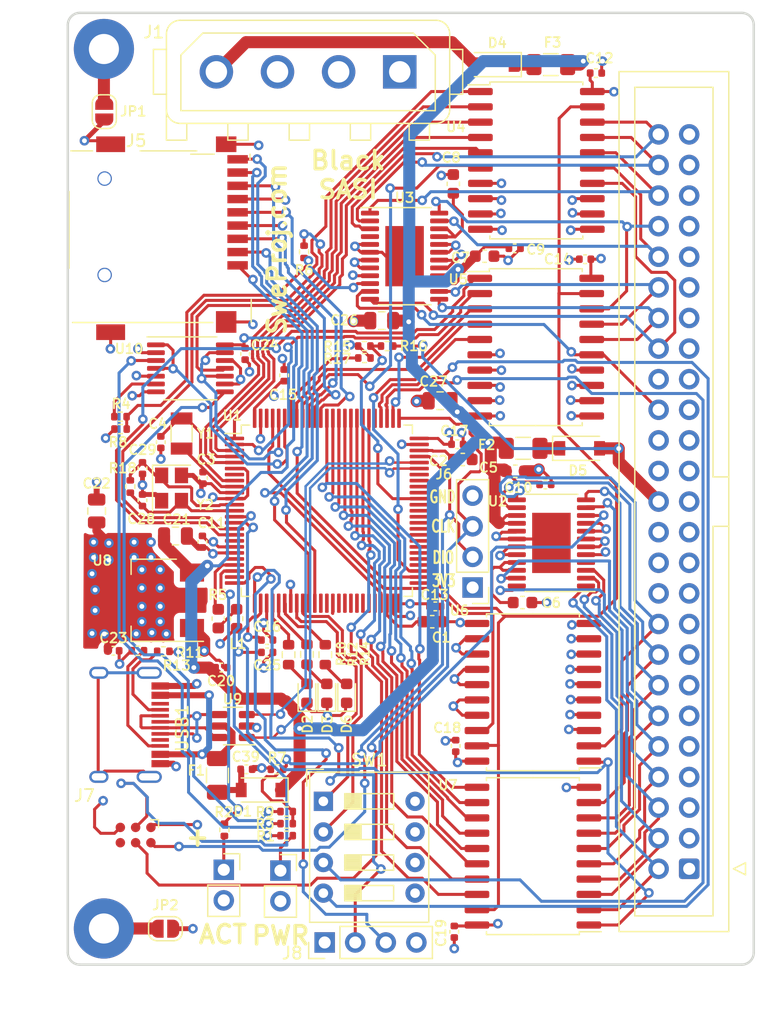
<source format=kicad_pcb>
(kicad_pcb (version 20211014) (generator pcbnew)

  (general
    (thickness 4.69)
  )

  (paper "A4")
  (title_block
    (title "BlackSASI")
    (date "2022-03-20")
    (rev "1.00")
    (company "SweProj.com")
  )

  (layers
    (0 "F.Cu" signal)
    (1 "In1.Cu" signal)
    (2 "In2.Cu" signal)
    (31 "B.Cu" signal)
    (32 "B.Adhes" user "B.Adhesive")
    (33 "F.Adhes" user "F.Adhesive")
    (34 "B.Paste" user)
    (35 "F.Paste" user)
    (36 "B.SilkS" user "B.Silkscreen")
    (37 "F.SilkS" user "F.Silkscreen")
    (38 "B.Mask" user)
    (39 "F.Mask" user)
    (40 "Dwgs.User" user "User.Drawings")
    (41 "Cmts.User" user "User.Comments")
    (42 "Eco1.User" user "User.Eco1")
    (43 "Eco2.User" user "User.Eco2")
    (44 "Edge.Cuts" user)
    (45 "Margin" user)
    (46 "B.CrtYd" user "B.Courtyard")
    (47 "F.CrtYd" user "F.Courtyard")
    (48 "B.Fab" user)
    (49 "F.Fab" user)
  )

  (setup
    (stackup
      (layer "F.SilkS" (type "Top Silk Screen"))
      (layer "F.Paste" (type "Top Solder Paste"))
      (layer "F.Mask" (type "Top Solder Mask") (thickness 0.01))
      (layer "F.Cu" (type "copper") (thickness 0.035))
      (layer "dielectric 1" (type "core") (thickness 1.51) (material "FR4") (epsilon_r 4.5) (loss_tangent 0.02))
      (layer "In1.Cu" (type "copper") (thickness 0.035))
      (layer "dielectric 2" (type "prepreg") (thickness 1.51) (material "FR4") (epsilon_r 4.5) (loss_tangent 0.02))
      (layer "In2.Cu" (type "copper") (thickness 0.035))
      (layer "dielectric 3" (type "core") (thickness 1.51) (material "FR4") (epsilon_r 4.5) (loss_tangent 0.02))
      (layer "B.Cu" (type "copper") (thickness 0.035))
      (layer "B.Mask" (type "Bottom Solder Mask") (thickness 0.01))
      (layer "B.Paste" (type "Bottom Solder Paste"))
      (layer "B.SilkS" (type "Bottom Silk Screen"))
      (copper_finish "None")
      (dielectric_constraints no)
    )
    (pad_to_mask_clearance 0)
    (pcbplotparams
      (layerselection 0x00010fc_ffffffff)
      (disableapertmacros false)
      (usegerberextensions true)
      (usegerberattributes true)
      (usegerberadvancedattributes true)
      (creategerberjobfile false)
      (svguseinch false)
      (svgprecision 6)
      (excludeedgelayer false)
      (plotframeref false)
      (viasonmask false)
      (mode 1)
      (useauxorigin false)
      (hpglpennumber 1)
      (hpglpenspeed 20)
      (hpglpendiameter 15.000000)
      (dxfpolygonmode true)
      (dxfimperialunits true)
      (dxfusepcbnewfont true)
      (psnegative false)
      (psa4output false)
      (plotreference true)
      (plotvalue true)
      (plotinvisibletext false)
      (sketchpadsonfab false)
      (subtractmaskfromsilk true)
      (outputformat 4)
      (mirror false)
      (drillshape 0)
      (scaleselection 1)
      (outputdirectory "pdf")
    )
  )

  (net 0 "")
  (net 1 "/SD_MISO")
  (net 2 "GND")
  (net 3 "/SD_CLK")
  (net 4 "+3V3")
  (net 5 "/SD_MOSI")
  (net 6 "/SD_CS")
  (net 7 "/SCSI_IO")
  (net 8 "/SCSI_REQ")
  (net 9 "/SCSI_CD")
  (net 10 "/SCSI_SEL")
  (net 11 "/SCSI_RST")
  (net 12 "/SCSI_ACK")
  (net 13 "/SCSI_BSY")
  (net 14 "/SCSI_ATN")
  (net 15 "/SCSI_MSG")
  (net 16 "/SCSI_DBP")
  (net 17 "/SCSI_DAT7")
  (net 18 "/SCSI_DAT6")
  (net 19 "/SCSI_DAT5")
  (net 20 "/SCSI_DAT4")
  (net 21 "/SCSI_DAT3")
  (net 22 "/SCSI_DAT2")
  (net 23 "/SCSI_DAT1")
  (net 24 "/SCSI_DAT0")
  (net 25 "/TERM_PWR")
  (net 26 "+5V")
  (net 27 "/EXTERNAL_LED")
  (net 28 "Net-(J4-Pad1)")
  (net 29 "unconnected-(J2-Pad34)")
  (net 30 "unconnected-(J2-Pad25)")
  (net 31 "Net-(C1-Pad1)")
  (net 32 "Net-(C2-Pad1)")
  (net 33 "Net-(C3-Pad1)")
  (net 34 "Net-(C4-Pad1)")
  (net 35 "Net-(C6-Pad1)")
  (net 36 "unconnected-(U1-Pad18)")
  (net 37 "unconnected-(U1-Pad21)")
  (net 38 "unconnected-(U1-Pad24)")
  (net 39 "Net-(R3-Pad2)")
  (net 40 "Net-(C29-Pad1)")
  (net 41 "/LOW_TERM_1")
  (net 42 "Net-(R11-Pad2)")
  (net 43 "Net-(R13-Pad2)")
  (net 44 "/SD_DAT1")
  (net 45 "unconnected-(U1-Pad46)")
  (net 46 "unconnected-(U1-Pad55)")
  (net 47 "unconnected-(U1-Pad56)")
  (net 48 "unconnected-(U1-Pad57)")
  (net 49 "unconnected-(U1-Pad58)")
  (net 50 "unconnected-(U1-Pad59)")
  (net 51 "unconnected-(U1-Pad60)")
  (net 52 "unconnected-(U1-Pad61)")
  (net 53 "unconnected-(U1-Pad62)")
  (net 54 "unconnected-(U1-Pad63)")
  (net 55 "unconnected-(U1-Pad64)")
  (net 56 "unconnected-(U1-Pad66)")
  (net 57 "unconnected-(U1-Pad80)")
  (net 58 "unconnected-(U1-Pad98)")
  (net 59 "Net-(H2-Pad1)")
  (net 60 "/SD_DET")
  (net 61 "unconnected-(U2-Pad4)")
  (net 62 "/SD_DAT2")
  (net 63 "unconnected-(U1-Pad37)")
  (net 64 "unconnected-(U1-Pad54)")
  (net 65 "Net-(C8-Pad1)")
  (net 66 "Net-(L1-Pad2)")
  (net 67 "unconnected-(U3-Pad4)")
  (net 68 "/HIGH TERM_2")
  (net 69 "Net-(F1-Pad2)")
  (net 70 "/E_SCSI_DAT0")
  (net 71 "/E_SCSI_DAT1")
  (net 72 "/E_SCSI_DAT2")
  (net 73 "/E_SCSI_DAT3")
  (net 74 "/E_SCSI_DAT4")
  (net 75 "/E_SCSI_DAT5")
  (net 76 "/E_SCSI_DAT6")
  (net 77 "/E_SCSI_DAT7")
  (net 78 "/E_SCSI_DBP")
  (net 79 "/E_SCSI_ATN")
  (net 80 "/E_SCSI_BSY")
  (net 81 "/E_SCSI_ACK")
  (net 82 "/E_SCSI_RST")
  (net 83 "/E_SCSI_MSG")
  (net 84 "/E_SCSI_SEL")
  (net 85 "/E_SCSI_CD")
  (net 86 "/E_SCSI_REQ")
  (net 87 "/E_SCSI_IO")
  (net 88 "/SCSI_DTD")
  (net 89 "/SCSI_IND")
  (net 90 "/SCSI_TAD")
  (net 91 "Net-(R5-Pad2)")
  (net 92 "/USB-")
  (net 93 "Net-(U9-Pad4)")
  (net 94 "Net-(U9-Pad6)")
  (net 95 "unconnected-(USB1-Pad13)")
  (net 96 "unconnected-(USB1-Pad9)")
  (net 97 "unconnected-(USB1-Pad3)")
  (net 98 "Net-(R4-Pad2)")
  (net 99 "USB_POWER")
  (net 100 "/LOW TERM_2")
  (net 101 "/HIGH_TERM_1")
  (net 102 "unconnected-(U1-Pad67)")
  (net 103 "unconnected-(U1-Pad68)")
  (net 104 "unconnected-(U1-Pad69)")
  (net 105 "/SWDIO")
  (net 106 "/SWCLK")
  (net 107 "+5VP")
  (net 108 "/HIGH_TERM")
  (net 109 "/LOW_TERM")
  (net 110 "Net-(D5-Pad1)")
  (net 111 "Net-(D4-Pad1)")
  (net 112 "unconnected-(J7-Pad6)")
  (net 113 "/nRST")
  (net 114 "Net-(D2-Pad2)")
  (net 115 "Net-(D3-Pad2)")
  (net 116 "Net-(D6-Pad2)")
  (net 117 "/LED1")
  (net 118 "/LED2")
  (net 119 "/LED3")
  (net 120 "/SW1")
  (net 121 "/SW2")
  (net 122 "/SW3")
  (net 123 "/SW4")
  (net 124 "Net-(R15-Pad2)")
  (net 125 "Net-(R17-Pad1)")
  (net 126 "unconnected-(U1-Pad7)")
  (net 127 "unconnected-(J1-Pad1)")
  (net 128 "unconnected-(U1-Pad38)")
  (net 129 "unconnected-(U1-Pad39)")
  (net 130 "unconnected-(U1-Pad40)")
  (net 131 "unconnected-(U1-Pad41)")
  (net 132 "unconnected-(U1-Pad42)")
  (net 133 "unconnected-(U1-Pad43)")
  (net 134 "unconnected-(U1-Pad44)")
  (net 135 "unconnected-(U1-Pad45)")
  (net 136 "/USB+")
  (net 137 "Net-(C28-Pad1)")
  (net 138 "Net-(J3-Pad1)")
  (net 139 "Net-(H1-Pad1)")
  (net 140 "/~{TRANS_OE}")
  (net 141 "/UART_RX")
  (net 142 "/UART_TX")

  (footprint "Connector_IDC:IDC-Header_2x25_P2.54mm_Vertical" (layer "F.Cu") (at 169.634999 131.044824 180))

  (footprint "Diode_SMD:D_SOD-123" (layer "F.Cu") (at 160.534999 96.144824))

  (footprint "Diode_SMD:D_SOD-123" (layer "F.Cu") (at 153.434999 64.294824 180))

  (footprint "Connector_PinSocket_2.54mm:PinSocket_1x02_P2.54mm_Vertical" (layer "F.Cu") (at 130.959999 131.124824))

  (footprint "Connector_PinSocket_2.54mm:PinSocket_1x02_P2.54mm_Vertical" (layer "F.Cu") (at 135.669999 131.194824))

  (footprint "Button_Switch_THT:SW_DIP_SPSTx04_Slide_9.78x12.34mm_W7.62mm_P2.54mm" (layer "F.Cu") (at 139.234999 125.444824))

  (footprint "LED_SMD:LED_0603_1608Metric" (layer "F.Cu") (at 141.1712 116.482525 90))

  (footprint "Resistor_SMD:R_0603_1608Metric" (layer "F.Cu") (at 137.8712 113.247376 90))

  (footprint "LED_SMD:LED_0603_1608Metric" (layer "F.Cu") (at 139.5212 116.482525 90))

  (footprint "Capacitor_SMD:C_0402_1005Metric" (layer "F.Cu") (at 155.134999 79.544824))

  (footprint "Capacitor_SMD:C_0603_1608Metric" (layer "F.Cu") (at 150.822999 97.072824))

  (footprint "Diode_SMD:D_SOD-123" (layer "F.Cu") (at 134.058999 124.504824 180))

  (footprint "MountingHole:MountingHole_2.5mm_Pad_TopBottom" (layer "F.Cu") (at 121 136))

  (footprint "Connector_TE-Connectivity:TE_MATE-N-LOK_350211-1_1x04_P5.08mm_Vertical" (layer "F.Cu") (at 145.584999 64.894824 180))

  (footprint "Capacitor_SMD:C_0603_1608Metric" (layer "F.Cu") (at 150.034999 74.194824 90))

  (footprint "Resistor_SMD:R_0402_1005Metric" (layer "F.Cu") (at 144.535 87.655 180))

  (footprint "Resistor_SMD:R_0402_1005Metric" (layer "F.Cu") (at 125.934999 112.994824 180))

  (footprint "Capacitor_SMD:C_0402_1005Metric" (layer "F.Cu") (at 161.884999 64.994824))

  (footprint "Capacitor_SMD:C_0402_1005Metric" (layer "F.Cu") (at 129.232999 98.596824 -90))

  (footprint "Resistor_SMD:R_0402_1005Metric" (layer "F.Cu") (at 122.384999 94.544824))

  (footprint "Resistor_SMD:R_0402_1005Metric" (layer "F.Cu") (at 142.635 87.655))

  (footprint "BlackSASI:HRO-TYPE-C-31-M-12" (layer "F.Cu") (at 117.983 119.094824 -90))

  (footprint "Package_SO:SOIC-20W_7.5x12.8mm_P1.27mm" (layer "F.Cu") (at 156.649999 129.994824 180))

  (footprint "Capacitor_SMD:C_0402_1005Metric" (layer "F.Cu") (at 148.536999 109.264824))

  (footprint "Capacitor_SMD:C_0402_1005Metric" (layer "F.Cu") (at 121.784999 112.944824))

  (footprint "Capacitor_SMD:C_0805_2012Metric" (layer "F.Cu") (at 126.946999 103.422824))

  (footprint "Capacitor_SMD:C_0402_1005Metric" (layer "F.Cu") (at 130.756999 114.344824))

  (footprint "BlackSASI:TSSOP-24-1EP_4.4x7.8mm_P0.65mm_EP3.2x5mm" (layer "F.Cu") (at 158.184999 103.994824 180))

  (footprint "Capacitor_SMD:C_0402_1005Metric" (layer "F.Cu") (at 150.114 136.271 -90))

  (footprint "Resistor_SMD:R_0603_1608Metric" (layer "F.Cu") (at 136.3472 113.2718 90))

  (footprint "Resistor_SMD:R_0402_1005Metric" (layer "F.Cu") (at 137.634999 79.834824 -90))

  (footprint "Resistor_SMD:R_0603_1608Metric" (layer "F.Cu") (at 139.3952 113.2718 90))

  (footprint "Resistor_SMD:R_0402_1005Metric" (layer "F.Cu") (at 136.184999 128.294824 180))

  (footprint "LED_SMD:LED_0603_1608Metric" (layer "F.Cu") (at 137.8712 116.482525 90))

  (footprint "BlackSASI:Fuse_1206_3216Metric" (layer "F.Cu") (at 155.834999 96.144824))

  (footprint "Capacitor_SMD:C_0402_1005Metric" (layer "F.Cu") (at 157.684999 99.144824))

  (footprint "Capacitor_SMD:C_0402_1005Metric" (layer "F.Cu") (at 160.984999 80.444824 180))

  (footprint "Resistor_SMD:R_0402_1005Metric" (layer "F.Cu") (at 123.825 112.944824))

  (footprint "Connector:Tag-Connect_TC2030-IDC-FP_2x03_P1.27mm_Vertical" (layer "F.Cu") (at 123.634999 128.244824 180))

  (footprint "Capacitor_SMD:C_0402_1005Metric" (layer "F.Cu") (at 129.184999 103.894824 -90))

  (footprint "Connector_PinHeader_2.54mm:PinHeader_1x04_P2.54mm_Vertical" (layer "F.Cu") (at 139.3444 137.16 90))

  (footprint "Capacitor_SMD:C_0402_1005Metric" (layer "F.Cu") (at 134.566999 112.058824 180))

  (footprint "BlackSASI:Fuse_1206_3216Metric" (layer "F.Cu") (at 158.134999 64.294824 180))

  (footprint "Resistor_SMD:R_0402_1005Metric" (layer "F.Cu")
    (tedit 5F68FEEE) (tstamp 87b9636d-970f-48ad-aeba-dc46a88c56f3)
    (at 131.010999 127.806824 90)
    (descr "Resistor SMD 0402 (1005 Metric), square (rectangular) end terminal, IPC_7351 nominal, (Body size source: IPC-SM-782 page 72, https://www.pcb-3d.com/wordpress/wp-content/uploads/ipc-sm-782a_amendment_1_and_2.pdf), generated with kicad-footprint-generator")
    (tags "resistor")
    (property "LCSC" "C25117")
    (property "Sheetfile" "BlackSASI.kicad_sch")
    (property "Sheetname" "")
    (path "/57e200a6-ccfd-4b09-8b65-3ac22c9764d9")
    (attr smd)
    (fp_text reference "R2" (at 1.467224 -0.048599 180) (layer "F.SilkS")
      (effects (font (size 0.8 0.8) (thickness 0.15)))
      (tstamp c85ef790-7bde-464c-8cf2-1f387f0eb910)
    )
    (fp_text value "470" (at 0 1.17 90) (layer "F.Fab")
      (effects (font (size 1 1) (thickness 0.15)))
      (tstamp c241c652-c35f-4701-94ad-a6100be927fd)
    )
    (fp_text user "${REFERENCE}" (at 0 0 90) (layer "F.Fab")
      (effects (font (size 0.26 0.26) (thickness 0.04)))
      (tstamp 8db99888-6384-4a2a-acc0-44d300fa62c8)
    )
    (fp_line (start -0.153641 -0.38) (end 0.153641 -0.38) (layer "F.SilkS") (width 0.12) (tstamp 6a20c84c-a6b5-42cd-8ff2-4f58202ed23a))
    (fp_line (start -0.153641 0.38) (end 0.153641 0.38) (layer "F.SilkS") (width 0.12) (tstamp 8f208eed-0d52-4843-b906-b6076007522e))
    (fp_line (start 0.93 0.47) (end -0.93 0.47) (layer "F.CrtYd") (width 0.05) (tstamp 1e3c508c-caf1-4a10-bd28-1d0b6eea77c8))
    (fp_line (start -0.93 -0.47) (end 0.93 -0.47) (layer "F.CrtYd") (width 0.05) (tstamp 66038996-a46c-4850-9f62-775499845652))
    (fp_line (start -0.93 0.47) (end -0.93 -0.47) (layer "F.CrtYd") (width 0.05) (tstamp cd4a54b8-ae25-452f-9cac-4f606f47831d))
    (fp_line (start 0.93 -0.47) (end 0.93 0.47) (layer "F.CrtYd") (width 0.05) (tstamp f1d86bdd-caf2-4592-8051-deda04e358cb))
    (fp_line (start 0.525 -0.27) (end 0.525 0.27) (layer "F.Fab") (width 0.1) (tstamp 17a5c135-13b9-43c9-ab34-a5d32bfab494))
    (fp_line (start -0.525 -0.27) (end 0.525 -0.27) (layer "F.Fab") (width 0.1) (tstamp 2ebb2487-8abe-4bde-8ab4-fed9ee024d37))
    (fp_line (start -0.525 0.27) (end -0.525 -0.27) (layer "F.Fab") (width 0.1) (tstamp 31661ca5-99ab-4943-9e3f-fa1577f65694))
    (fp_line (start 0.525 0.27) (end -0.525 0.27) (layer "F.Fab") (width 0.1) (tstamp ea41d734-15a4-4b77-8914-ba79d2370ec5))
    (pad "1" smd roundrect locked (at -0.51 0 90) (size
... [1653936 chars truncated]
</source>
